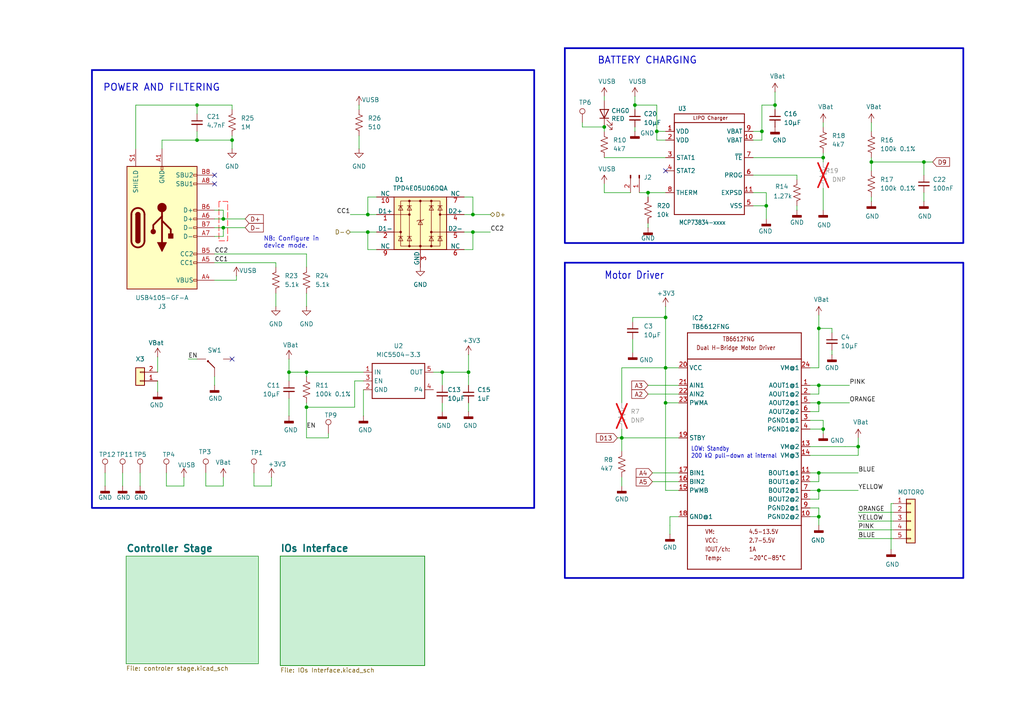
<source format=kicad_sch>
(kicad_sch (version 20250114) (generator "eeschema") (generator_version "9.0")
  (paper "A4")
  (title_block (title "FED3 Control Board") (rev "7.4") (company "Kravitz Lab") (comment 1 "Open Ephys, Inc."))
  (rectangle (start 163.83 13.97) (end 279.4 70.485) (stroke (width 0.5)))
  (rectangle (start 163.83 76.2) (end 279.4 167.64) (stroke (width 0.5)))
  (rectangle (start 26.67 20.32) (end 154.94 147.32) (stroke (width 0.5)))
  (text "Motor Driver" (at 175.26 81.28 0) (effects (font (size 2.1844 1.8567) (thickness 0.2321)) (justify left bottom)))
  (text "POWER AND FILTERING" (at 29.845 26.67 0) (effects (font (size 2 2) (thickness 0.25)) (justify left bottom)))
  (text "BATTERY CHARGING" (at 173.228 18.796 0) (effects (font (size 2 2) (thickness 0.25)) (justify left bottom)))
  (text "NB: Configure in\ndevice mode." (at 76.454 72.136 0) (effects (font (size 1.27 1.27)) (justify left bottom)))
  (text "> Ratios to consider when choosing a battery charger\n\n  IPREG/IREG - Precondition current ration\n  VPTH/VREG - Precondition voltage threshold ration\n                          71.5% is 3.00V for a 4.2V bat\n                          66.5% is 2.79V for a 4.2V bat\n\n  ITERM/IREG - Charge termination current ration\n                          7.5%  of 750 mA is  56.25 mA\n                          20.0% of 750 mA is 150.00 mA\n\n  VRTH/VREG - Recharge voltage threshold ration\n                          96.5% is 4.05V for a 4.2V bat\n                          94.0% is 3.98V for a 4.2V bat\n\n> Note:\n\n  Ideally, the charging should stop when charging current drops bellow 0.1C.\n  Leaving the battery connected to the charger bellow 0.1C can lead to overcharging and potentially damage the battery.\n\n> Current devices with battery chargers\n\n  Harp - Timestamp Gen3 (MCP73831T-2ATI/OT)\n  Open Ephys - Ephys test board (MCP73831T-2ATI/OT)\n     IPREG/IREG - 10%\n     VPTH/VREG - 71.5%\n     ITERM/IREG - 20%\n     VRTH/VREG - 94%\n\n  Open Ephys - FED3 v7.2\n     IPREG/IREG - 10%\n     VPTH/VREG - 66.5%\n     ITERM/IREG - 7.5%\n     VRTH/VREG - 96.5%\n\n> Battery specs\n\n   1C = 4400 mA\n   0.1C = 440 mA\n\n> Options to consider\n\n     MPN                !TE    Timer   ITERM/IREG\n     MCP73834T-CNI/MF   Vbat   4h      20% ~160mA @ IREG = 800mA\n     MCP73834T-FCI/MF   GND    6h      7.5% ~60mA @ IREG = 800mA" (at 300.736 176.276 0) (effects (font (size 2.1844 1.8567) (thickness 0.2321)) (justify left bottom)))
  (text "LOW: Standby\n200 kΩ pull-down at internal" (at 200.406 133.096 0) (effects (font (size 1.27 1.0795)) (justify left bottom)))
  (junction (at 222.25 59.69))
  (junction (at 237.49 142.24))
  (junction (at 83.82 107.95))
  (junction (at 88.9 118.11))
  (junction (at 184.15 30.48))
  (junction (at 67.31 40.64))
  (junction (at 252.73 46.99))
  (junction (at 180.34 127))
  (junction (at 238.76 124.46))
  (junction (at 193.04 116.84))
  (junction (at 137.16 62.23))
  (junction (at 237.49 111.76))
  (junction (at 237.49 116.84))
  (junction (at 135.89 107.95))
  (junction (at 57.15 30.48))
  (junction (at 175.26 36.83))
  (junction (at 220.98 38.1))
  (junction (at 64.77 66.04))
  (junction (at 106.68 67.31))
  (junction (at 128.27 107.95))
  (junction (at 88.9 107.95))
  (junction (at 190.5 38.1))
  (junction (at 267.97 46.99))
  (junction (at 238.76 45.72))
  (junction (at 248.92 129.54))
  (junction (at 193.04 92.075))
  (junction (at 193.04 106.68))
  (junction (at 64.77 63.5))
  (junction (at 237.49 137.16))
  (junction (at 106.68 62.23))
  (junction (at 224.79 30.48))
  (junction (at 137.16 67.31))
  (junction (at 237.49 149.86))
  (junction (at 237.49 95.25))
  (junction (at 187.96 55.88))
  (junction (at 57.15 40.64))
  (no_connect (at 193.04 49.53))
  (no_connect (at 67.31 104.14))
  (no_connect (at 62.23 50.8))
  (no_connect (at 62.23 53.34))
  (wire (pts (xy 101.6 62.23) (xy 106.68 62.23)))
  (wire (pts (xy 234.95 129.54) (xy 245.11 129.54)) (stroke (width 0.1524)))
  (wire (pts (xy 267.97 46.99) (xy 252.73 46.99)))
  (wire (pts (xy 238.76 121.92) (xy 238.76 124.46)) (stroke (width 0.1524)))
  (wire (pts (xy 234.95 119.38) (xy 237.49 119.38)) (stroke (width 0.1524)))
  (wire (pts (xy 222.25 55.88) (xy 222.25 59.69)))
  (wire (pts (xy 35.56 137.16) (xy 35.56 140.97)))
  (wire (pts (xy 62.23 73.66) (xy 88.9 73.66)))
  (wire (pts (xy 45.72 113.665) (xy 45.72 110.49)) (stroke (width 0.1524)))
  (wire (pts (xy 184.15 30.48) (xy 190.5 30.48)))
  (wire (pts (xy 88.9 107.95) (xy 105.41 107.95)) (stroke (width 0.1524)))
  (wire (pts (xy 234.95 132.08) (xy 248.92 132.08)) (stroke (width 0.1524)))
  (wire (pts (xy 218.44 40.64) (xy 220.98 40.64)))
  (wire (pts (xy 218.44 55.88) (xy 222.25 55.88)))
  (wire (pts (xy 224.79 31.75) (xy 224.79 30.48)))
  (wire (pts (xy 59.69 137.16) (xy 59.69 140.97)))
  (wire (pts (xy 59.69 140.97) (xy 64.77 140.97)))
  (wire (pts (xy 194.31 152.4) (xy 194.31 154.94)))
  (wire (pts (xy 80.01 85.09) (xy 80.01 88.9)))
  (wire (pts (xy 193.04 92.075) (xy 193.04 88.9)) (stroke (width 0.1524)))
  (wire (pts (xy 88.9 124.46) (xy 88.9 127)))
  (wire (pts (xy 78.74 140.97) (xy 78.74 138.43)))
  (wire (pts (xy 57.15 104.14) (xy 54.61 104.14)) (stroke (width 0.1524)))
  (wire (pts (xy 62.23 109.22) (xy 62.23 111.76)) (stroke (width 0.1524)))
  (wire (pts (xy 95.25 127) (xy 88.9 127)))
  (wire (pts (xy 101.6 67.31) (xy 106.68 67.31)))
  (wire (pts (xy 62.23 66.04) (xy 64.77 66.04)))
  (wire (pts (xy 234.95 114.3) (xy 237.49 114.3)) (stroke (width 0.1524)))
  (wire (pts (xy 134.62 72.39) (xy 137.16 72.39)))
  (wire (pts (xy 238.76 44.45) (xy 238.76 45.72)))
  (wire (pts (xy 220.98 40.64) (xy 220.98 38.1)))
  (wire (pts (xy 88.9 85.09) (xy 88.9 88.9)))
  (wire (pts (xy 241.3 96.52) (xy 241.3 95.25)) (stroke (width 0.1524)))
  (wire (pts (xy 259.08 153.67) (xy 248.92 153.67)) (stroke (width 0.1524)))
  (wire (pts (xy 128.27 107.95) (xy 135.89 107.95)) (stroke (width 0.1524)))
  (wire (pts (xy 218.44 50.8) (xy 231.14 50.8)))
  (wire (pts (xy 88.9 109.22) (xy 88.9 107.95)))
  (wire (pts (xy 237.49 111.76) (xy 246.38 111.76)) (stroke (width 0.1524)))
  (wire (pts (xy 57.15 38.1) (xy 57.15 40.64)))
  (wire (pts (xy 237.49 137.16) (xy 248.92 137.16)) (stroke (width 0.1524)))
  (wire (pts (xy 237.49 144.78) (xy 237.49 142.24)) (stroke (width 0.1524)))
  (wire (pts (xy 128.27 116.84) (xy 128.27 119.38)) (stroke (width 0.1524)))
  (wire (pts (xy 224.79 26.67) (xy 224.79 30.48)))
  (wire (pts (xy 57.15 30.48) (xy 57.15 33.02)))
  (wire (pts (xy 196.85 137.16) (xy 189.23 137.16)) (stroke (width 0.1524)))
  (wire (pts (xy 193.04 116.84) (xy 193.04 142.24)) (stroke (width 0.1524)))
  (wire (pts (xy 187.96 57.15) (xy 187.96 55.88)))
  (wire (pts (xy 64.77 60.96) (xy 64.77 63.5)))
  (wire (pts (xy 86.36 107.95) (xy 88.9 107.95)))
  (wire (pts (xy 180.34 138.43) (xy 180.34 140.97)) (stroke (width 0.1524)))
  (wire (pts (xy 248.92 127) (xy 248.92 129.54)))
  (wire (pts (xy 40.64 137.16) (xy 40.64 140.97)))
  (wire (pts (xy 237.49 95.25) (xy 237.49 106.68)) (stroke (width 0.1524)))
  (wire (pts (xy 46.99 40.64) (xy 46.99 43.18)))
  (wire (pts (xy 104.14 30.48) (xy 104.14 31.75)))
  (wire (pts (xy 64.77 63.5) (xy 71.12 63.5)))
  (wire (pts (xy 128.27 109.22) (xy 128.27 107.95)) (stroke (width 0.1524)))
  (wire (pts (xy 142.24 62.23) (xy 137.16 62.23)))
  (wire (pts (xy 237.49 149.86) (xy 237.49 152.4)) (stroke (width 0.1524)))
  (wire (pts (xy 39.37 30.48) (xy 57.15 30.48)))
  (wire (pts (xy 252.73 57.15) (xy 252.73 58.42)))
  (wire (pts (xy 190.5 38.1) (xy 190.5 40.64)))
  (wire (pts (xy 135.89 107.95) (xy 135.89 109.22)) (stroke (width 0.1524)))
  (wire (pts (xy 248.92 129.54) (xy 248.92 132.08)))
  (wire (pts (xy 179.07 127) (xy 180.34 127)) (stroke (width 0.1524)))
  (wire (pts (xy 238.76 45.72) (xy 238.76 46.99)))
  (wire (pts (xy 196.85 116.84) (xy 193.04 116.84)) (stroke (width 0.1524)))
  (wire (pts (xy 237.49 95.25) (xy 241.3 95.25)) (stroke (width 0.1524)))
  (wire (pts (xy 175.26 53.34) (xy 175.26 55.88)))
  (wire (pts (xy 238.76 54.61) (xy 238.76 60.96)))
  (wire (pts (xy 62.23 76.2) (xy 80.01 76.2)))
  (wire (pts (xy 83.82 115.57) (xy 83.82 120.65)) (stroke (width 0.1524)))
  (wire (pts (xy 183.515 93.345) (xy 183.515 92.075)) (stroke (width 0.1524)))
  (wire (pts (xy 234.95 111.76) (xy 237.49 111.76)) (stroke (width 0.1524)))
  (wire (pts (xy 135.89 109.22) (xy 135.89 111.76)))
  (wire (pts (xy 95.25 125.73) (xy 95.25 127)))
  (wire (pts (xy 106.68 57.15) (xy 106.68 62.23)))
  (wire (pts (xy 183.515 92.075) (xy 193.04 92.075)) (stroke (width 0.1524)))
  (wire (pts (xy 73.66 137.16) (xy 73.66 140.97)))
  (wire (pts (xy 259.08 156.21) (xy 248.92 156.21)) (stroke (width 0.1524)))
  (wire (pts (xy 83.82 107.95) (xy 86.36 107.95)) (stroke (width 0.1524)))
  (wire (pts (xy 234.95 124.46) (xy 238.76 124.46)) (stroke (width 0.1524)))
  (wire (pts (xy 104.14 39.37) (xy 104.14 43.18)))
  (wire (pts (xy 238.76 124.46) (xy 238.76 125.73)) (stroke (width 0.1524)))
  (wire (pts (xy 135.89 116.84) (xy 135.89 119.38)) (stroke (width 0.1524)))
  (wire (pts (xy 180.34 124.46) (xy 180.34 127)) (stroke (width 0.1524)))
  (wire (pts (xy 184.15 36.83) (xy 184.15 38.1)))
  (wire (pts (xy 270.51 46.99) (xy 267.97 46.99)))
  (wire (pts (xy 259.08 151.13) (xy 248.92 151.13)) (stroke (width 0.1524)))
  (wire (pts (xy 234.95 142.24) (xy 237.49 142.24)) (stroke (width 0.1524)))
  (wire (pts (xy 190.5 30.48) (xy 190.5 38.1)))
  (wire (pts (xy 175.26 45.72) (xy 193.04 45.72)))
  (wire (pts (xy 237.49 116.84) (xy 237.49 119.38)) (stroke (width 0.1524)))
  (wire (pts (xy 62.23 81.28) (xy 68.58 81.28)))
  (wire (pts (xy 259.08 146.05) (xy 258.445 146.05)) (stroke (width 0.1524)))
  (wire (pts (xy 128.27 109.22) (xy 128.27 111.76)))
  (wire (pts (xy 187.96 114.3) (xy 196.85 114.3)) (stroke (width 0.1524)))
  (wire (pts (xy 196.85 139.7) (xy 189.23 139.7)) (stroke (width 0.1524)))
  (wire (pts (xy 73.66 140.97) (xy 78.74 140.97)))
  (wire (pts (xy 237.49 91.44) (xy 237.49 95.25)) (stroke (width 0.1524)))
  (wire (pts (xy 62.23 60.96) (xy 64.77 60.96)))
  (wire (pts (xy 175.26 27.94) (xy 175.26 29.21)))
  (wire (pts (xy 64.77 140.97) (xy 64.77 138.43)))
  (wire (pts (xy 180.34 106.68) (xy 193.04 106.68)) (stroke (width 0.1524)))
  (wire (pts (xy 234.95 144.78) (xy 237.49 144.78)) (stroke (width 0.1524)))
  (wire (pts (xy 234.95 147.32) (xy 237.49 147.32)) (stroke (width 0.1524)))
  (wire (pts (xy 88.9 116.84) (xy 88.9 118.11)) (stroke (width 0.1524)))
  (wire (pts (xy 220.98 30.48) (xy 224.79 30.48)))
  (wire (pts (xy 234.95 149.86) (xy 237.49 149.86)) (stroke (width 0.1524)))
  (wire (pts (xy 241.3 101.6) (xy 241.3 102.87)))
  (wire (pts (xy 248.92 129.54) (xy 245.11 129.54)))
  (wire (pts (xy 231.14 50.8) (xy 231.14 52.07)))
  (wire (pts (xy 237.49 147.32) (xy 237.49 149.86)) (stroke (width 0.1524)))
  (wire (pts (xy 135.89 107.95) (xy 135.89 102.87)) (stroke (width 0.1524)))
  (wire (pts (xy 106.68 72.39) (xy 106.68 67.31)))
  (wire (pts (xy 190.5 40.64) (xy 193.04 40.64)))
  (wire (pts (xy 184.15 27.94) (xy 184.15 30.48)))
  (wire (pts (xy 237.49 116.84) (xy 246.38 116.84)) (stroke (width 0.1524)))
  (wire (pts (xy 45.72 103.505) (xy 45.72 107.95)) (stroke (width 0.1524)))
  (wire (pts (xy 67.31 30.48) (xy 57.15 30.48)))
  (wire (pts (xy 109.22 72.39) (xy 106.68 72.39)))
  (wire (pts (xy 180.34 127) (xy 180.34 130.81)) (stroke (width 0.1524)))
  (wire (pts (xy 168.91 36.83) (xy 175.26 36.83)))
  (wire (pts (xy 234.95 137.16) (xy 237.49 137.16)) (stroke (width 0.1524)))
  (wire (pts (xy 102.87 118.11) (xy 102.87 110.49)) (stroke (width 0.1524)))
  (wire (pts (xy 109.22 57.15) (xy 106.68 57.15)))
  (wire (pts (xy 196.85 106.68) (xy 193.04 106.68)) (stroke (width 0.1524)))
  (wire (pts (xy 105.41 113.03) (xy 105.41 120.65)) (stroke (width 0.1524)))
  (wire (pts (xy 237.49 106.68) (xy 234.95 106.68)))
  (wire (pts (xy 175.26 36.83) (xy 175.26 38.1)))
  (wire (pts (xy 180.34 127) (xy 196.85 127)) (stroke (width 0.1524)))
  (wire (pts (xy 67.31 39.37) (xy 67.31 40.64)))
  (wire (pts (xy 234.95 139.7) (xy 237.49 139.7)) (stroke (width 0.1524)))
  (wire (pts (xy 238.76 121.92) (xy 234.95 121.92)) (stroke (width 0.1524)))
  (wire (pts (xy 64.77 66.04) (xy 71.12 66.04)))
  (wire (pts (xy 184.15 31.75) (xy 184.15 30.48)))
  (wire (pts (xy 134.62 57.15) (xy 137.16 57.15)))
  (wire (pts (xy 62.23 63.5) (xy 64.77 63.5)))
  (wire (pts (xy 30.48 137.16) (xy 30.48 140.97)))
  (wire (pts (xy 234.95 116.84) (xy 237.49 116.84)) (stroke (width 0.1524)))
  (wire (pts (xy 134.62 67.31) (xy 137.16 67.31)))
  (wire (pts (xy 193.04 106.68) (xy 193.04 116.84)) (stroke (width 0.1524)))
  (wire (pts (xy 88.9 118.11) (xy 102.87 118.11)) (stroke (width 0.1524)))
  (wire (pts (xy 53.34 140.97) (xy 53.34 138.43)))
  (wire (pts (xy 187.96 55.88) (xy 193.04 55.88)))
  (wire (pts (xy 237.49 111.76) (xy 237.49 114.3)) (stroke (width 0.1524)))
  (wire (pts (xy 187.96 64.77) (xy 187.96 66.04)))
  (wire (pts (xy 62.23 68.58) (xy 64.77 68.58)))
  (wire (pts (xy 193.04 106.68) (xy 193.04 92.075)) (stroke (width 0.1524)))
  (wire (pts (xy 183.515 98.425) (xy 183.515 102.235)) (stroke (width 0.1524)))
  (wire (pts (xy 48.26 137.16) (xy 48.26 140.97)))
  (wire (pts (xy 267.97 46.99) (xy 267.97 50.8)))
  (wire (pts (xy 83.82 107.95) (xy 83.82 110.49)) (stroke (width 0.1524)))
  (wire (pts (xy 259.08 148.59) (xy 248.92 148.59)) (stroke (width 0.1524)))
  (wire (pts (xy 218.44 38.1) (xy 220.98 38.1)))
  (wire (pts (xy 187.96 111.76) (xy 196.85 111.76)) (stroke (width 0.1524)))
  (wire (pts (xy 222.25 59.69) (xy 222.25 63.5)))
  (wire (pts (xy 267.97 55.88) (xy 267.97 58.42)))
  (wire (pts (xy 137.16 62.23) (xy 134.62 62.23)))
  (wire (pts (xy 39.37 30.48) (xy 39.37 43.18)))
  (wire (pts (xy 106.68 67.31) (xy 109.22 67.31)))
  (wire (pts (xy 168.91 35.56) (xy 168.91 36.83)))
  (wire (pts (xy 57.15 40.64) (xy 46.99 40.64)))
  (wire (pts (xy 237.49 139.7) (xy 237.49 137.16)) (stroke (width 0.1524)))
  (wire (pts (xy 252.73 46.99) (xy 252.73 45.72)))
  (wire (pts (xy 252.73 35.56) (xy 252.73 38.1)))
  (wire (pts (xy 88.9 73.66) (xy 88.9 77.47)))
  (wire (pts (xy 102.87 110.49) (xy 105.41 110.49)) (stroke (width 0.1524)))
  (wire (pts (xy 220.98 30.48) (xy 220.98 38.1)))
  (wire (pts (xy 83.82 104.14) (xy 83.82 107.95)) (stroke (width 0.1524)))
  (wire (pts (xy 137.16 57.15) (xy 137.16 62.23)))
  (wire (pts (xy 185.42 55.88) (xy 187.96 55.88)))
  (wire (pts (xy 67.31 31.75) (xy 67.31 30.48)))
  (wire (pts (xy 137.16 67.31) (xy 142.24 67.31)))
  (wire (pts (xy 196.85 142.24) (xy 193.04 142.24)) (stroke (width 0.1524)))
  (wire (pts (xy 196.85 149.86) (xy 194.31 149.86)) (stroke (width 0.1524)))
  (wire (pts (xy 67.31 40.64) (xy 67.31 43.18)))
  (wire (pts (xy 125.73 107.95) (xy 128.27 107.95)) (stroke (width 0.1524)))
  (wire (pts (xy 80.01 76.2) (xy 80.01 77.47)))
  (wire (pts (xy 194.31 149.86) (xy 194.31 152.4)) (stroke (width 0.1524)))
  (wire (pts (xy 180.34 106.68) (xy 180.34 116.84)) (stroke (width 0.1524)))
  (wire (pts (xy 238.76 35.56) (xy 238.76 36.83)))
  (wire (pts (xy 218.44 45.72) (xy 238.76 45.72)))
  (wire (pts (xy 68.58 80.01) (xy 68.58 81.28)))
  (wire (pts (xy 64.77 66.04) (xy 64.77 68.58)))
  (wire (pts (xy 231.14 60.96) (xy 231.14 59.69)) (stroke (width 0.1524)))
  (wire (pts (xy 237.49 142.24) (xy 248.92 142.24)) (stroke (width 0.1524)))
  (wire (pts (xy 193.04 38.1) (xy 190.5 38.1)))
  (wire (pts (xy 218.44 59.69) (xy 222.25 59.69)))
  (wire (pts (xy 252.73 46.99) (xy 252.73 49.53)))
  (wire (pts (xy 88.9 118.11) (xy 88.9 124.46)) (stroke (width 0.1524)))
  (wire (pts (xy 57.15 40.64) (xy 67.31 40.64)))
  (wire (pts (xy 137.16 72.39) (xy 137.16 67.31)))
  (wire (pts (xy 258.445 146.05) (xy 258.445 159.385)))
  (wire (pts (xy 106.68 62.23) (xy 109.22 62.23)))
  (wire (pts (xy 182.88 55.88) (xy 175.26 55.88)))
  (wire (pts (xy 48.26 140.97) (xy 53.34 140.97)))
  (label "CC2" (at 62.23 73.66 0))
  (label "ORANGE" (at 246.38 116.84 0))
  (label "BLUE" (at 248.92 137.16 0))
  (label "EN" (at 54.61 104.14 0) (effects (font (thickness 0.1588))))
  (label "ORANGE" (at 248.92 148.59 0))
  (label "EN" (at 88.9 124.46 0) (effects (font (thickness 0.1588))))
  (label "CC1" (at 62.23 76.2 0))
  (label "YELLOW" (at 248.92 142.24 0))
  (label "CC2" (at 142.24 67.31 0))
  (label "YELLOW" (at 248.92 151.13 0))
  (label "BLUE" (at 248.92 156.21 0))
  (label "PINK" (at 246.38 111.76 0))
  (label "CC1" (at 101.6 62.23 180))
  (label "PINK" (at 248.92 153.67 0))
  (global_label "A4" (shape input) (at 189.23 137.16 180) (property "Intersheetrefs" "${INTERSHEET_REFS}" (effects (hide yes))))
  (global_label "A3" (shape input) (at 187.96 111.76 180) (property "Intersheetrefs" "${INTERSHEET_REFS}" (effects (hide yes))))
  (global_label "D+" (shape input) (at 71.12 63.5 0) (property "Intersheetrefs" "${INTERSHEET_REFS}" (effects (hide yes))))
  (global_label "A2" (shape input) (at 187.96 114.3 180) (property "Intersheetrefs" "${INTERSHEET_REFS}" (effects (hide yes))))
  (global_label "D13" (shape input) (at 179.07 127 180) (property "Intersheetrefs" "${INTERSHEET_REFS}" (effects (hide yes))))
  (global_label "D-" (shape input) (at 71.12 66.04 0) (property "Intersheetrefs" "${INTERSHEET_REFS}" (effects (hide yes))))
  (global_label "D9" (shape input) (at 270.51 46.99 0) (property "Intersheetrefs" "${INTERSHEET_REFS}" (effects (hide yes))))
  (global_label "A5" (shape input) (at 189.23 139.7 180) (property "Intersheetrefs" "${INTERSHEET_REFS}" (effects (hide yes))))
  (hierarchical_label "D+" (shape bidirectional) (at 142.24 62.23 0))
  (hierarchical_label "D-" (shape bidirectional) (at 101.6 67.31 180))
  (rule_area (polyline (pts (xy 63.5 58.42) (xy 63.5 69.85) (xy 66.04 69.85) (xy 66.04 58.42)) (stroke (width 0) (type dash))))
  (symbol (lib_id "power:+3V3") (at 193.04 88.9 0) (mirror y) (unit 1)
    (property "Reference" "#+3V06" (effects (hide yes)))
    (property "Value" "+3V3" (at 190.5 85.09 0) (effects (justify right)))
  )
  (symbol (lib_id "Connector:TestPoint") (at 30.48 137.16 0) (unit 1) (in_bom no)
    (property "Reference" "TP12" (at 28.702 131.826 0) (effects (justify left)))
    (property "Value" "GND" (effects (hide yes)))
    (property "Footprint" "TestPoint:TestPoint_Pad_D2.0mm" (effects (hide yes)))
    (property "Description" "test point" (effects (hide yes)))
  )
  (symbol (lib_id "Device:R_US") (at 88.9 113.03 0) (unit 1)
    (property "Reference" "R11" (at 91.44 111.7599 0) (effects (justify left)))
    (property "Value" "100k 0.1%" (at 91.44 114.2999 0) (effects (font (thickness 0.1588)) (justify left)))
    (property "Footprint" "Resistor_SMD:R_0402_1005Metric" (effects (hide yes)))
    (property "Description" "SMD 0402 100kΩ ±0.1% 0.063W" (effects (hide yes)))
    (property "OEPSPN" "OEPS020175" (effects (hide yes)))
    (property "MPN" "RG1005P-104-B-T5" (effects (hide yes)))
  )
  (symbol (lib_id "FED3 SymbLib:V_Batt") (at 224.79 26.67 0) (unit 1)
    (property "Reference" "#PWR059" (effects (hide yes)))
    (property "Value" "VBat" (at 223.266 22.098 0) (effects (justify left)))
    (property "Description" "Power symbol creates a global label with name \"V_Batt\"" (effects (hide yes)))
  )
  (symbol (lib_id "Connector:TestPoint") (at 95.25 125.73 0) (unit 1) (in_bom no)
    (property "Reference" "TP9" (at 97.79 121.1579 0) (effects (justify right bottom)))
    (property "Value" "VUSB" (effects (hide yes)))
    (property "Footprint" "TestPoint:TestPoint_Pad_D2.0mm" (effects (hide yes)))
  )
  (symbol (lib_id "power:GNDD") (at 231.14 60.96 0) (unit 1)
    (property "Reference" "#PWR062" (effects (hide yes)))
    (property "Value" "GND" (at 229.108 64.516 0) (effects (justify left)))
    (property "Description" "Power symbol creates a global label with name \"GNDD\" , digital ground" (effects (hide yes)))
  )
  (symbol (lib_id "power:+3V3") (at 135.89 102.87 0) (mirror y) (unit 1)
    (property "Reference" "#+3V02" (effects (hide yes)))
    (property "Value" "+3V3" (at 134.112 98.806 0) (effects (justify right)))
  )
  (symbol (lib_id "FED3 SymbLib:V_Batt") (at 45.72 103.505 0) (mirror y) (unit 1)
    (property "Reference" "#PWR05" (effects (hide yes)))
    (property "Value" "VBat" (at 47.498 99.441 0) (effects (justify left)))
    (property "Description" "Power symbol creates a global label with name \"V_Batt\"" (effects (hide yes)))
  )
  (symbol (lib_id "Connector_Generic:Conn_01x02") (at 40.64 110.49 180) (unit 1)
    (property "Reference" "X3" (at 40.64 104.14 0))
    (property "Value" "B2B-PH-K-S" (effects (hide yes)))
    (property "Footprint" "FED3_PCBLib:JST-XH-02-PACKAGE-ROUND-PAD" (effects (hide yes)))
    (property "Description" "Generic connector, single row, 01x02" (effects (hide yes)))
    (property "OEPSPN" "OEPS070130" (effects (hide yes)))
    (property "MPN" "B2B-PH-K-S(LF)(SN)" (effects (hide yes)))
  )
  (symbol (lib_id "power:GNDD") (at 40.64 140.97 0) (unit 1)
    (property "Reference" "#PWR067" (effects (hide yes)))
    (property "Value" "GND" (at 38.862 144.272 0) (effects (justify left)))
    (property "Description" "Power symbol creates a global label with name \"GNDD\" , digital ground" (effects (hide yes)))
  )
  (symbol (lib_id "power:GNDD") (at 258.445 159.385 0) (mirror y) (unit 1)
    (property "Reference" "#PWR051" (effects (hide yes)))
    (property "Value" "GND" (at 256.794 163.703 0) (effects (justify right)))
    (property "Description" "Power symbol creates a global label with name \"GNDD\" , digital ground" (effects (hide yes)))
  )
  (symbol (lib_id "power:GNDD") (at 241.3 102.87 0) (mirror y) (unit 1)
    (property "Reference" "#PWR014" (effects (hide yes)))
    (property "Value" "GND" (at 239.268 106.68 0) (effects (justify right)))
    (property "Description" "Power symbol creates a global label with name \"GNDD\" , digital ground" (effects (hide yes)))
  )
  (symbol (lib_id "power:GND") (at 104.14 43.18 0) (mirror y) (unit 1)
    (property "Reference" "#PWR0734" (effects (hide yes)))
    (property "Value" "GND" (at 104.14 48.26 0))
    (property "Description" "Power symbol creates a global label with name \"GND\" , ground" (effects (hide yes)))
  )
  (symbol (lib_id "Device:C_Small") (at 128.27 114.3 0) (unit 1)
    (property "Reference" "C13" (at 129.794 113.03 0) (effects (justify left)))
    (property "Value" "10µF" (at 129.794 115.57 0) (effects (justify left)))
    (property "Footprint" "Capacitor_SMD:C_0402_1005Metric" (effects (hide yes)))
    (property "Description" "Unpolarized capacitor, small symbol" (effects (hide yes)))
    (property "OEPSPN" "OEPS010038" (effects (hide yes)))
    (property "MPN" "CL05A106MP5NUNC" (effects (hide yes)))
  )
  (symbol (lib_id "FED3 SymbLib:VREG_SOT23-5") (at 115.57 110.49 0) (unit 1)
    (property "Reference" "U2" (at 115.57 100.33 0))
    (property "Value" "MIC5504-3.3" (at 115.57 102.87 0))
    (property "Footprint" "Package_TO_SOT_SMD:SOT-23-5" (effects (hide yes)))
    (property "Description" "LDO 3.3V 300mA" (effects (hide yes)))
    (property "OEPSPN" "OEPS080052" (effects (hide yes)))
    (property "MPN" "MIC5504-3.3YM5-TR" (effects (hide yes)))
  )
  (symbol (lib_id "power:GNDD") (at 180.34 140.97 0) (unit 1)
    (property "Reference" "#PWR019" (effects (hide yes)))
    (property "Value" "GND" (at 178.308 144.78 0) (effects (justify left)))
    (property "Description" "Power symbol creates a global label with name \"GNDD\" , digital ground" (effects (hide yes)))
  )
  (symbol (lib_id "Device:C_Small") (at 135.89 114.3 0) (unit 1)
    (property "Reference" "C15" (at 138.43 113.0362 0) (effects (justify left)))
    (property "Value" "1uF" (at 138.43 115.5762 0) (effects (justify left)))
    (property "Footprint" "Capacitor_SMD:C_0402_1005Metric" (effects (hide yes)))
    (property "Description" "SMD CER 0402 1uF 25V ±10% X5R" (effects (hide yes)))
    (property "OEPSPN" "OEPS010030" (effects (hide yes)))
    (property "MPN" "C1005X5R1E105K050BC" (effects (hide yes)))
  )
  (symbol (lib_id "Device:R_US") (at 231.14 55.88 0) (mirror y) (unit 1)
    (property "Reference" "R14" (at 224.79 54.102 0) (effects (justify right)))
    (property "Value" "1.27k" (at 224.282 56.896 0) (effects (justify right)))
    (property "Footprint" "Resistor_SMD:R_0402_1005Metric" (effects (hide yes)))
    (property "Description" "SMD 0402 1.27kΩ ±1% 0.063W" (effects (hide yes)))
    (property "OEPSPN" "OEPS020190" (effects (hide yes)))
    (property "MPN" "CRCW04021K27FKED" (effects (hide yes)))
  )
  (symbol (lib_id "power:GNDD") (at 105.41 120.65 0) (unit 1)
    (property "Reference" "#PWR0103" (effects (hide yes)))
    (property "Value" "GND" (at 103.886 124.714 0) (effects (justify left)))
    (property "Description" "Power symbol creates a global label with name \"GNDD\" , digital ground" (effects (hide yes)))
  )
  (symbol (lib_id "FED3 SymbLib:VUSB") (at 184.15 27.94 0) (unit 1)
    (property "Reference" "#PWR02" (effects (hide yes)))
    (property "Value" "VUSB" (at 182.372 23.622 0) (effects (justify left)))
    (property "Description" "Power symbol creates a global label with name \"VUSB\"" (effects (hide yes)))
  )
  (symbol (lib_id "Device:C_Small") (at 267.97 53.34 0) (unit 1)
    (property "Reference" "C22" (at 270.51 52.0762 0) (effects (justify left)))
    (property "Value" "100nF" (at 270.51 54.6162 0) (effects (justify left)))
    (property "Footprint" "Capacitor_SMD:C_0402_1005Metric" (effects (hide yes)))
    (property "Description" "SMD CER 0402 100nF 25V ±10% X7R" (effects (hide yes)))
    (property "OEPSPN" "OEPS010050" (effects (hide yes)))
    (property "MPN" "C1005X7R1E104K050BB" (effects (hide yes)))
  )
  (symbol (lib_id "power:GND") (at 67.31 43.18 0) (mirror y) (unit 1)
    (property "Reference" "#PWR0732" (effects (hide yes)))
    (property "Value" "GND" (at 67.31 48.26 0))
    (property "Description" "Power symbol creates a global label with name \"GND\" , ground" (effects (hide yes)))
  )
  (symbol (lib_id "power:GNDD") (at 187.96 66.04 0) (mirror y) (unit 1)
    (property "Reference" "#PWR066" (effects (hide yes)))
    (property "Value" "GND" (at 189.992 69.088 0) (effects (justify left)))
    (property "Description" "Power symbol creates a global label with name \"GNDD\" , digital ground" (effects (hide yes)))
  )
  (symbol (lib_id "Connector:TestPoint") (at 168.91 35.56 0) (unit 1) (in_bom no)
    (property "Reference" "TP6" (at 167.894 29.718 0) (effects (justify left)))
    (property "Value" "3V3" (effects (hide yes)))
    (property "Footprint" "TestPoint:TestPoint_Pad_D2.0mm" (effects (hide yes)))
  )
  (symbol (lib_id "Connector:USB_C_Receptacle_USB2.0_16P") (at 46.99 66.04 0) (mirror x) (unit 1)
    (property "Reference" "J3" (at 46.99 88.9 0))
    (property "Value" "USB4105-GF-A" (at 46.99 86.36 0))
    (property "Footprint" "Connector_USB:USB_C_Receptacle_GCT_USB4105-xx-A_16P_TopMnt_Horizontal" (effects (hide yes)))
    (property "Datasheet" "https://www.usb.org/sites/default/files/documents/usb_type-c.zip" (effects (hide yes)))
    (property "Description" "USB 2.0-only 16P Type-C Receptacle connector" (effects (hide yes)))
    (property "MPN" "USB4105-GF-A" (effects (hide yes)))
    (property "OEPSPN" "OEPS070105" (effects (hide yes)))
  )
  (symbol (lib_id "Connector:TestPoint") (at 40.64 137.16 0) (unit 1) (in_bom no)
    (property "Reference" "TP5" (at 38.862 131.826 0) (effects (justify left)))
    (property "Value" "GND" (effects (hide yes)))
    (property "Footprint" "TestPoint:TestPoint_Pad_D2.0mm" (effects (hide yes)))
    (property "Description" "test point" (effects (hide yes)))
  )
  (symbol (lib_id "FED3 SymbLib:V_Batt") (at 64.77 138.43 0) (unit 1)
    (property "Reference" "#PWR065" (effects (hide yes)))
    (property "Value" "VBat" (at 62.484 134.112 0) (effects (justify left)))
    (property "Description" "Power symbol creates a global label with name \"V_Batt\"" (effects (hide yes)))
  )
  (symbol (lib_id "Device:R_US") (at 180.34 134.62 0) (mirror x) (unit 1)
    (property "Reference" "R8" (at 177.8 133.3499 0) (effects (justify right)))
    (property "Value" "4k7" (at 177.8 135.8899 0) (effects (font (thickness 0.1588)) (justify right)))
    (property "Footprint" "Resistor_SMD:R_0402_1005Metric" (effects (hide yes)))
    (property "Description" "SMD 0402 4.7k 1% 0.100W" (effects (hide yes)))
    (property "OEPSPN" "OEPS020010" (effects (hide yes)))
    (property "MPN" "ERJ-2RKF4701X" (effects (hide yes)))
  )
  (symbol (lib_id "FED3_v7.3 SymLib:VUSB") (at 53.34 138.43 0) (unit 1)
    (property "Reference" "#PWR09" (effects (hide yes)))
    (property "Value" "VUSB" (at 51.562 134.874 0) (effects (justify left)))
    (property "Description" "Power symbol creates a global label with name \"VUSB\"" (effects (hide yes)))
  )
  (symbol (lib_id "power:GNDD") (at 194.31 154.94 0) (unit 1)
    (property "Reference" "#PWR013" (effects (hide yes)))
    (property "Value" "GND" (at 192.278 158.75 0) (effects (justify left)))
    (property "Description" "Power symbol creates a global label with name \"GNDD\" , digital ground" (effects (hide yes)))
  )
  (symbol (lib_id "power:GNDD") (at 183.515 102.235 0) (unit 1)
    (property "Reference" "#PWR010" (effects (hide yes)))
    (property "Value" "GND" (at 185.42 104.394 0) (effects (justify left)))
    (property "Description" "Power symbol creates a global label with name \"GNDD\" , digital ground" (effects (hide yes)))
  )
  (symbol (lib_id "Device:C_Small") (at 241.3 99.06 0) (mirror y) (unit 1)
    (property "Reference" "C4" (at 243.84 97.7962 0) (effects (justify right)))
    (property "Value" "10µF" (at 243.84 100.3362 0) (effects (justify right)))
    (property "Footprint" "Capacitor_SMD:C_0402_1005Metric" (effects (hide yes)))
    (property "Description" "Unpolarized capacitor, small symbol" (effects (hide yes)))
    (property "OEPSPN" "OEPS010038" (effects (hide yes)))
    (property "MPN" "CL05A106MP5NUNC" (effects (hide yes)))
  )
  (symbol (lib_id "Device:C_Small") (at 184.15 34.29 0) (unit 1)
    (property "Reference" "C20" (at 186.69 33.0262 0) (effects (justify left)))
    (property "Value" "10µF" (at 186.69 35.5662 0) (effects (justify left)))
    (property "Footprint" "Capacitor_SMD:C_0402_1005Metric" (effects (hide yes)))
    (property "Description" "Unpolarized capacitor, small symbol" (effects (hide yes)))
    (property "OEPSPN" "OEPS010038" (effects (hide yes)))
    (property "MPN" "CL05A106MP5NUNC" (effects (hide yes)))
  )
  (symbol (lib_id "power:GNDD") (at 62.23 111.76 0) (unit 1)
    (property "Reference" "#PWR021" (effects (hide yes)))
    (property "Value" "GND" (at 60.452 115.57 0) (effects (justify left)))
    (property "Description" "Power symbol creates a global label with name \"GNDD\" , digital ground" (effects (hide yes)))
  )
  (symbol (lib_id "Device:LED") (at 175.26 33.02 90) (unit 1)
    (property "Reference" "CHG0" (at 177.292 32.131 90) (effects (justify right)))
    (property "Value" "RED" (at 177.292 34.417 90) (effects (justify right)))
    (property "Footprint" "LED_SMD:LED_0603_1608Metric" (effects (hide yes)))
    (property "Description" "Light emitting diode" (effects (hide yes)))
    (property "OEPSPN" "OEPS030038" (effects (hide yes)))
    (property "MPN" "VFHR1116P-4C82A-TR" (effects (hide yes)))
  )
  (symbol (lib_id "power:GND") (at 121.92 77.47 0) (unit 1)
    (property "Reference" "#PWR0738" (effects (hide yes)))
    (property "Value" "GND" (at 121.92 82.55 0))
    (property "Description" "Power symbol creates a global label with name \"GND\" , ground" (effects (hide yes)))
  )
  (symbol (lib_id "FED3 SymbLib:VUSB") (at 104.14 30.48 0) (unit 1)
    (property "Reference" "#PWR075" (effects (hide yes)))
    (property "Value" "VUSB" (at 104.902 28.956 0) (effects (justify left)))
    (property "Description" "Power symbol creates a global label with name \"VUSB\"" (effects (hide yes)))
  )
  (symbol (lib_id "Device:R_US") (at 187.96 60.96 0) (mirror y) (unit 1)
    (property "Reference" "R20" (at 190.5 59.6899 0) (effects (justify right)))
    (property "Value" "10k" (at 190.5 62.2299 0) (effects (font (thickness 0.127)) (justify right)))
    (property "Footprint" "Resistor_SMD:R_0402_1005Metric" (effects (hide yes)))
    (property "Description" "SMD 0402 10kΩ ±1% 0.100W" (effects (hide yes)))
    (property "OEPSPN" "OEPS020013" (effects (hide yes)))
    (property "MPN" "ERJ-2RKF1002X" (effects (hide yes)))
  )
  (symbol (lib_id "power:GNDD") (at 30.48 140.97 0) (unit 1)
    (property "Reference" "#PWR076" (effects (hide yes)))
    (property "Value" "GND" (at 28.448 144.272 0) (effects (justify left)))
    (property "Description" "Power symbol creates a global label with name \"GNDD\" , digital ground" (effects (hide yes)))
  )
  (symbol (lib_id "power:GNDD") (at 222.25 63.5 0) (unit 1)
    (property "Reference" "#PWR023" (effects (hide yes)))
    (property "Value" "GND" (at 219.964 67.056 0) (effects (justify left)))
    (property "Description" "Power symbol creates a global label with name \"GNDD\" , digital ground" (effects (hide yes)))
  )
  (symbol (lib_id "power:GNDD") (at 45.72 113.665 0) (unit 1)
    (property "Reference" "#PWR015" (effects (hide yes)))
    (property "Value" "GND" (at 47.498 117.475 0) (effects (justify right)))
    (property "Description" "Power symbol creates a global label with name \"GNDD\" , digital ground" (effects (hide yes)))
  )
  (symbol (lib_id "FED3 SymbLib:VUSB") (at 175.26 53.34 0) (unit 1)
    (property "Reference" "#PWR070" (effects (hide yes)))
    (property "Value" "VUSB" (at 173.482 49.022 0) (effects (justify left)))
    (property "Description" "Power symbol creates a global label with name \"VUSB\"" (effects (hide yes)))
  )
  (symbol (lib_id "Device:R_US") (at 238.76 40.64 180) (unit 1)
    (property "Reference" "R18" (at 241.3 39.3699 0) (effects (justify right)))
    (property "Value" "4k7" (at 241.3 41.9099 0) (effects (font (thickness 0.1588)) (justify right)))
    (property "Footprint" "Resistor_SMD:R_0402_1005Metric" (effects (hide yes)))
    (property "Description" "SMD 0402 4.7k 1% 0.100W" (effects (hide yes)))
    (property "OEPSPN" "OEPS020010" (effects (hide yes)))
    (property "MPN" "ERJ-2RKF4701X" (effects (hide yes)))
  )
  (symbol (lib_id "power:GND") (at 80.01 88.9 0) (mirror y) (unit 1)
    (property "Reference" "#PWR0739" (effects (hide yes)))
    (property "Value" "GND" (at 80.01 93.98 0))
    (property "Description" "Power symbol creates a global label with name \"GND\" , ground" (effects (hide yes)))
  )
  (symbol (lib_id "power:GNDD") (at 184.15 38.1 0) (unit 1)
    (property "Reference" "#PWR08" (effects (hide yes)))
    (property "Value" "GND" (at 185.674 38.608 0) (effects (justify left)))
    (property "Description" "Power symbol creates a global label with name \"GNDD\" , digital ground" (effects (hide yes)))
  )
  (symbol (lib_id "Device:C_Small") (at 83.82 113.03 0) (unit 1)
    (property "Reference" "C11" (at 81.28 111.7662 0) (effects (justify right)))
    (property "Value" "10µF" (at 81.28 114.3062 0) (effects (justify right)))
    (property "Footprint" "Capacitor_SMD:C_0402_1005Metric" (effects (hide yes)))
    (property "Description" "Unpolarized capacitor, small symbol" (effects (hide yes)))
    (property "OEPSPN" "OEPS010038" (effects (hide yes)))
    (property "MPN" "CL05A106MP5NUNC" (effects (hide yes)))
  )
  (symbol (lib_id "Device:R_US") (at 67.31 35.56 0) (mirror y) (unit 1)
    (property "Reference" "R25" (at 69.85 34.2899 0) (effects (justify right)))
    (property "Value" "1M" (at 69.85 36.8299 0) (effects (justify right)))
    (property "Footprint" "Resistor_SMD:R_0402_1005Metric" (effects (hide yes)))
    (property "Description" "SMD 0402 1MΩ ±1% 0.063W" (effects (hide yes)))
    (property "MPN" "CRCW04021M00FKED" (effects (hide yes)))
    (property "OEPSPN" "OEPS020026" (effects (hide yes)))
  )
  (symbol (lib_id "Power_Protection:TPD4E05U06DQA") (at 121.92 64.77 0) (unit 1)
    (property "Reference" "D1" (at 115.824 52.07 0))
    (property "Value" "TPD4E05U06DQA" (at 121.92 54.61 0))
    (property "Footprint" "Package_SON:USON-10_2.5x1.0mm_P0.5mm" (effects (hide yes)))
    (property "Datasheet" "https://www.ti.com/lit/ds/symlink/tpd4e05u06.pdf" (effects (hide yes)))
    (property "Description" "4-Channel ESD Protection for Super-Speed USB 3.0 Interface, USON-10" (effects (hide yes)))
    (property "MPN" "TPD4E05U06DQAR" (effects (hide yes)))
    (property "OEPSPN" "OEPS030037" (effects (hide yes)))
  )
  (symbol (lib_id "FED3 SymbLib:SSSS811101") (at 62.23 104.14 0) (unit 1)
    (property "Reference" "SW1" (at 62.23 101.6 0))
    (property "Value" "Sw" (effects (hide yes)))
    (property "Footprint" "FED3_PCBLib:SSSS811101" (effects (hide yes)))
    (property "Description" "SWITCH SLIDE SPDT 0.3A 5V (OEPS K01 017)" (effects (hide yes)))
    (property "OEPSPN" "OEPS100064" (effects (hide yes)))
    (property "MPN" "SSSS811101" (effects (hide yes)))
  )
  (symbol (lib_id "Connector:TestPoint") (at 35.56 137.16 0) (unit 1) (in_bom no)
    (property "Reference" "TP11" (at 33.782 131.826 0) (effects (justify left)))
    (property "Value" "GND" (effects (hide yes)))
    (property "Footprint" "TestPoint:TestPoint_Pad_D2.0mm" (effects (hide yes)))
    (property "Description" "test point" (effects (hide yes)))
  )
  (symbol (lib_id "Connector:TestPoint") (at 48.26 137.16 0) (unit 1) (in_bom no)
    (property "Reference" "TP4" (at 50.8 132.5879 0) (effects (justify right bottom)))
    (property "Value" "VUSB" (effects (hide yes)))
    (property "Footprint" "TestPoint:TestPoint_Pad_D2.0mm" (effects (hide yes)))
  )
  (symbol (lib_id "Device:R_US") (at 88.9 81.28 0) (mirror y) (unit 1)
    (property "Reference" "R24" (at 91.44 80.0099 0) (effects (justify right)))
    (property "Value" "5.1k" (at 91.44 82.5499 0) (effects (justify right)))
    (property "Footprint" "Resistor_SMD:R_0402_1005Metric" (effects (hide yes)))
    (property "Description" "SMD 0402 5.1k 1% 0.100W" (effects (hide yes)))
    (property "MPN" "ERJ-2RKF5101X" (effects (hide yes)))
    (property "OEPSPN" "OEPS020173" (effects (hide yes)))
  )
  (symbol (lib_id "power:+3V3") (at 78.74 138.43 0) (mirror y) (unit 1)
    (property "Reference" "#+3V017" (effects (hide yes)))
    (property "Value" "+3V3" (at 77.724 134.62 0) (effects (justify right)))
  )
  (symbol (lib_id "Device:R_US") (at 238.76 50.8 0) (unit 1) (dnp yes)
    (property "Reference" "R19" (at 241.3 49.5299 0))
    (property "Value" "DNP" (at 241.3 52.0699 0) (effects (font (thickness 0.1588)) (justify left)))
    (property "Footprint" "Resistor_SMD:R_0402_1005Metric" (effects (hide yes)))
    (property "OEPSPN" "OEPS000000" (effects (hide yes)))
    (property "MPN" "n.a." (effects (hide yes)))
  )
  (symbol (lib_id "FED3 SymbLib:V_Batt") (at 252.73 35.56 0) (unit 1)
    (property "Reference" "#PWR060" (effects (hide yes)))
    (property "Value" "VBat" (at 251.206 30.988 0) (effects (justify left)))
    (property "Description" "Power symbol creates a global label with name \"V_Batt\"" (effects (hide yes)))
  )
  (symbol (lib_id "FED3 SymbLib:V_Batt") (at 248.92 127 0) (unit 1)
    (property "Reference" "#PWR01" (effects (hide yes)))
    (property "Value" "VBat" (at 247.396 122.428 0) (effects (justify left)))
    (property "Description" "Power symbol creates a global label with name \"V_Batt\"" (effects (hide yes)))
  )
  (symbol (lib_id "power:GNDD") (at 35.56 140.97 0) (unit 1)
    (property "Reference" "#PWR074" (effects (hide yes)))
    (property "Value" "GND" (at 33.782 144.272 0) (effects (justify left)))
    (property "Description" "Power symbol creates a global label with name \"GNDD\" , digital ground" (effects (hide yes)))
  )
  (symbol (lib_id "Device:C_Small") (at 224.79 34.29 0) (unit 1)
    (property "Reference" "C16" (at 227.33 33.0262 0) (effects (justify left)))
    (property "Value" "10µF" (at 227.33 35.5662 0) (effects (justify left)))
    (property "Footprint" "Capacitor_SMD:C_0402_1005Metric" (effects (hide yes)))
    (property "Description" "Unpolarized capacitor, small symbol" (effects (hide yes)))
    (property "OEPSPN" "OEPS010038" (effects (hide yes)))
    (property "MPN" "CL05A106MP5NUNC" (effects (hide yes)))
  )
  (symbol (lib_id "FED3 SymbLib:VUSB") (at 175.26 27.94 0) (unit 1)
    (property "Reference" "#PWR063" (effects (hide yes)))
    (property "Value" "VUSB" (at 173.482 23.622 0) (effects (justify left)))
    (property "Description" "Power symbol creates a global label with name \"VUSB\"" (effects (hide yes)))
  )
  (symbol (lib_id "FED3 SymbLib:TB6612FNGSSOP") (at 214.63 129.54 0) (unit 1)
    (property "Reference" "IC2" (at 200.66 92.202 0) (effects (justify left)))
    (property "Value" "TB6612FNG" (at 200.66 94.742 0) (effects (justify left)))
    (property "Footprint" "FED3_PCBLib:SSOP24" (effects (hide yes)))
    (property "Description" "MOTOR DRIVER 2.7V-5.5V (OEPS K01 002)" (effects (hide yes)))
    (property "OEPSPN" "OEPS080166" (effects (hide yes)))
    (property "MPN" "TB6612FNG,C,8,EL" (effects (hide yes)))
  )
  (symbol (lib_id "Device:R_US") (at 252.73 41.91 180) (unit 1)
    (property "Reference" "R16" (at 255.27 40.6399 0) (effects (justify right)))
    (property "Value" "100k 0.1%" (at 255.27 43.1799 0) (effects (font (thickness 0.1588)) (justify right)))
    (property "Footprint" "Resistor_SMD:R_0402_1005Metric" (effects (hide yes)))
    (property "Description" "SMD 0402 100kΩ ±0.1% 0.063W" (effects (hide yes)))
    (property "OEPSPN" "OEPS020175" (effects (hide yes)))
    (property "MPN" "RG1005P-104-B-T5" (effects (hide yes)))
  )
  (symbol (lib_id "FED3 SymbLib:V_Batt") (at 237.49 91.44 0) (unit 1)
    (property "Reference" "#PWR06" (effects (hide yes)))
    (property "Value" "VBat" (at 235.966 86.868 0) (effects (justify left)))
    (property "Description" "Power symbol creates a global label with name \"V_Batt\"" (effects (hide yes)))
  )
  (symbol (lib_id "power:GNDD") (at 252.73 58.42 0) (unit 1)
    (property "Reference" "#PWR044" (effects (hide yes)))
    (property "Value" "GND" (at 250.952 62.738 0) (effects (justify left)))
    (property "Description" "Power symbol creates a global label with name \"GNDD\" , digital ground" (effects (hide yes)))
  )
  (symbol (lib_id "power:GNDD") (at 128.27 119.38 0) (unit 1)
    (property "Reference" "#PWR0102" (effects (hide yes)))
    (property "Value" "GND" (at 126.746 123.444 0) (effects (justify left)))
    (property "Description" "Power symbol creates a global label with name \"GNDD\" , digital ground" (effects (hide yes)))
  )
  (symbol (lib_id "Device:C_Small") (at 57.15 35.56 0) (unit 1)
    (property "Reference" "C21" (at 59.944 34.544 0) (effects (justify left bottom)))
    (property "Value" "4.7nF" (at 59.944 37.084 0) (effects (justify left bottom)))
    (property "Footprint" "Capacitor_SMD:C_0402_1005Metric" (effects (hide yes)))
    (property "Description" "SMD CER 0402 4.7nF 100V ±10% X7R" (effects (hide yes)))
    (property "OEPSPN" "OEPS010017" (effects (hide yes)))
    (property "MPN" "885012205084" (effects (hide yes)))
  )
  (symbol (lib_id "power:GNDD") (at 238.76 60.96 0) (unit 1)
    (property "Reference" "#PWR064" (effects (hide yes)))
    (property "Value" "GND" (at 236.982 65.278 0) (effects (justify left)))
    (property "Description" "Power symbol creates a global label with name \"GNDD\" , digital ground" (effects (hide yes)))
  )
  (symbol (lib_id "power:GNDD") (at 238.76 125.73 0) (unit 1)
    (property "Reference" "#PWR011" (effects (hide yes)))
    (property "Value" "GND" (at 240.792 127.762 0) (effects (justify left)))
    (property "Description" "Power symbol creates a global label with name \"GNDD\" , digital ground" (effects (hide yes)))
  )
  (symbol (lib_id "Device:R_US") (at 175.26 41.91 0) (unit 1)
    (property "Reference" "R10" (at 177.8 40.6399 0) (effects (justify left)))
    (property "Value" "4k7" (at 177.8 43.1799 0) (effects (font (thickness 0.1588)) (justify left)))
    (property "Footprint" "Resistor_SMD:R_0402_1005Metric" (effects (hide yes)))
    (property "Description" "SMD 0402 4.7k 1% 0.100W" (effects (hide yes)))
    (property "OEPSPN" "OEPS020010" (effects (hide yes)))
    (property "MPN" "ERJ-2RKF4701X" (effects (hide yes)))
  )
  (symbol (lib_id "power:GNDD") (at 224.79 36.83 0) (unit 1)
    (property "Reference" "#PWR026" (effects (hide yes)))
    (property "Value" "GND" (at 224.028 40.64 0) (effects (justify left)))
    (property "Description" "Power symbol creates a global label with name \"GNDD\" , digital ground" (effects (hide yes)))
  )
  (symbol (lib_id "FED3 SymbLib:MCP73834") (at 207.01 46.99 0) (unit 1)
    (property "Reference" "U3" (at 197.866 31.496 0) (effects (font (size 1.27 1.0795))))
    (property "Value" "MCP73834-xxxx" (at 203.708 64.516 0) (effects (font (size 1.27 1.0795))))
    (property "Footprint" "Package_DFN_QFN:DFN-10-1EP_3x3mm_P0.5mm_EP1.58x2.35mm_ThermalVias" (effects (hide yes)))
    (property "Description" "Charger IC Lithium Ion/Polymer 10-DFN (3x3)" (effects (hide yes)))
    (property "OEPSPN" "OEPS080177" (effects (hide yes)))
    (property "MPN" "MCP73834-CNI/MF" (effects (hide yes)))
  )
  (symbol (lib_id "power:GNDD") (at 267.97 58.42 0) (unit 1)
    (property "Reference" "#PWR071" (effects (hide yes)))
    (property "Value" "GND" (at 266.192 62.738 0) (effects (justify left)))
    (property "Description" "Power symbol creates a global label with name \"GNDD\" , digital ground" (effects (hide yes)))
  )
  (symbol (lib_id "Device:R_US") (at 104.14 35.56 0) (unit 1)
    (property "Reference" "R26" (at 106.68 34.2899 0) (effects (justify left)))
    (property "Value" "510" (at 106.68 36.8299 0) (effects (justify left)))
    (property "Footprint" "Resistor_SMD:R_0805_2012Metric" (effects (hide yes)))
    (property "Description" "SMD 0805 330Ω ±5% 0.500W" (effects (hide yes)))
    (property "MPN" "ESR10EZPJ391" (effects (hide yes)))
    (property "OEPSPN" "OEPS020192" (effects (hide yes)))
  )
  (symbol (lib_id "power:GNDD") (at 83.82 120.65 0) (unit 1)
    (property "Reference" "#PWR0107" (effects (hide yes)))
    (property "Value" "GND" (at 82.296 124.714 0) (effects (justify left)))
    (property "Description" "Power symbol creates a global label with name \"GNDD\" , digital ground" (effects (hide yes)))
  )
  (symbol (lib_id "Device:R_US") (at 252.73 53.34 0) (unit 1)
    (property "Reference" "R17" (at 255.27 52.0699 0) (effects (justify left)))
    (property "Value" "100k 0.1%" (at 255.27 54.6099 0) (effects (font (thickness 0.1588)) (justify left)))
    (property "Footprint" "Resistor_SMD:R_0402_1005Metric" (effects (hide yes)))
    (property "Description" "SMD 0402 100kΩ ±0.1% 0.063W" (effects (hide yes)))
    (property "OEPSPN" "OEPS020175" (effects (hide yes)))
    (property "MPN" "RG1005P-104-B-T5" (effects (hide yes)))
  )
  (symbol (lib_id "Device:R_US") (at 180.34 120.65 180) (unit 1) (dnp yes)
    (property "Reference" "R7" (at 182.88 119.3799 0) (effects (justify right)))
    (property "Value" "DNP" (at 182.88 121.9199 0) (effects (font (thickness 0.1588)) (justify right)))
    (property "Footprint" "Resistor_SMD:R_0402_1005Metric" (effects (hide yes)))
    (property "OEPSPN" "OEPS000000" (effects (hide yes)))
    (property "MPN" "n.a." (effects (hide yes)))
  )
  (symbol (lib_id "FED3 SymbLib:VUSB") (at 68.58 80.01 0) (unit 1)
    (property "Reference" "#PWR03" (effects (hide yes)))
    (property "Value" "VUSB" (at 69.342 78.486 0) (effects (justify left)))
    (property "Description" "Power symbol creates a global label with name \"VUSB\"" (effects (hide yes)))
  )
  (symbol (lib_id "power:GNDD") (at 237.49 152.4 0) (unit 1)
    (property "Reference" "#PWR012" (effects (hide yes)))
    (property "Value" "GND" (at 235.204 156.718 0) (effects (justify left)))
    (property "Description" "Power symbol creates a global label with name \"GNDD\" , digital ground" (effects (hide yes)))
  )
  (symbol (lib_id "FED3 SymbLib:V_Batt") (at 238.76 35.56 0) (unit 1)
    (property "Reference" "#PWR068" (effects (hide yes)))
    (property "Value" "VBat" (at 237.236 30.988 0) (effects (justify left)))
    (property "Description" "Power symbol creates a global label with name \"V_Batt\"" (effects (hide yes)))
  )
  (symbol (lib_id "Connector:TestPoint") (at 59.69 137.16 0) (unit 1) (in_bom no)
    (property "Reference" "TP3" (at 59.436 131.064 0))
    (property "Value" "VBat" (effects (hide yes)))
    (property "Footprint" "TestPoint:TestPoint_Pad_D2.0mm" (effects (hide yes)))
  )
  (symbol (lib_id "Connector_Generic:Conn_01x05") (at 264.16 151.13 0) (unit 1)
    (property "Reference" "MOTOR0" (at 260.35 142.748 0) (effects (justify left)))
    (property "Value" "PINHD-1X5" (effects (hide yes)))
    (property "Footprint" "FED3_PCBLib:1X05" (effects (hide yes)))
    (property "Description" "Generic connector, single row, 01x05, script generated (kicad-library-utils/schlib/autogen/connector/)" (effects (hide yes)))
    (property "OEPSPN" "OEPS070131" (effects (hide yes)))
    (property "MPN" "M20-9990546" (effects (hide yes)))
  )
  (symbol (lib_id "Connector:TestPoint") (at 73.66 137.16 0) (unit 1) (in_bom no)
    (property "Reference" "TP1" (at 72.644 131.318 0) (effects (justify left)))
    (property "Value" "3V3" (effects (hide yes)))
    (property "Footprint" "TestPoint:TestPoint_Pad_D2.0mm" (effects (hide yes)))
  )
  (symbol (lib_id "FED3 SymbLib:V_Batt") (at 83.82 104.14 0) (unit 1)
    (property "Reference" "#PWR04" (effects (hide yes)))
    (property "Value" "VBat" (at 82.042 100.076 0) (effects (justify left)))
    (property "Description" "Power symbol creates a global label with name \"V_Batt\"" (effects (hide yes)))
  )
  (symbol (lib_id "Device:C_Small") (at 183.515 95.885 0) (unit 1)
    (property "Reference" "C3" (at 186.69 94.6212 0) (effects (justify left)))
    (property "Value" "10µF" (at 186.69 97.1612 0) (effects (justify left)))
    (property "Footprint" "Capacitor_SMD:C_0402_1005Metric" (effects (hide yes)))
    (property "Description" "Unpolarized capacitor, small symbol" (effects (hide yes)))
    (property "OEPSPN" "OEPS010038" (effects (hide yes)))
    (property "MPN" "CL05A106MP5NUNC" (effects (hide yes)))
  )
  (symbol (lib_id "power:GNDD") (at 135.89 119.38 0) (unit 1)
    (property "Reference" "#PWR0101" (effects (hide yes)))
    (property "Value" "GND" (at 134.366 123.444 0) (effects (justify left)))
    (property "Description" "Power symbol creates a global label with name \"GNDD\" , digital ground" (effects (hide yes)))
  )
  (symbol (lib_id "Device:R_US") (at 80.01 81.28 0) (mirror y) (unit 1)
    (property "Reference" "R23" (at 82.55 80.0099 0) (effects (justify right)))
    (property "Value" "5.1k" (at 82.55 82.5499 0) (effects (justify right)))
    (property "Footprint" "Resistor_SMD:R_0402_1005Metric" (effects (hide yes)))
    (property "Description" "SMD 0402 5.1k 1% 0.100W" (effects (hide yes)))
    (property "MPN" "ERJ-2RKF5101X" (effects (hide yes)))
    (property "OEPSPN" "OEPS020173" (effects (hide yes)))
  )
  (symbol (lib_id "Connector:Conn_01x02_Pin") (at 185.42 50.8 270) (unit 1)
    (property "Reference" "J2" (at 186.69 51.4349 90) (effects (justify left)))
    (property "Value" "Conn_01x02_Odd_Even" (effects (hide yes)))
    (property "Footprint" "Connector_PinHeader_2.54mm:PinHeader_1x02_P2.54mm_Vertical" (effects (hide yes)))
    (property "Description" "HEADER 2.54MM straight 2x1POS" (effects (hide yes)))
    (property "MPN" "68001-202HLF" (effects (hide yes)))
    (property "OEPSPN" "OEPS070079" (effects (hide yes)))
  )
  (symbol (lib_id "power:GND") (at 88.9 88.9 0) (mirror y) (unit 1)
    (property "Reference" "#PWR0741" (effects (hide yes)))
    (property "Value" "GND" (at 88.9 93.98 0))
    (property "Description" "Power symbol creates a global label with name \"GND\" , ground" (effects (hide yes)))
  )
  (sheet (at 81.28 161.29) (size 41.91 31.75) (stroke (width 0.2) (color 0 132 0 1)) (fill (color 202 239 212 1.0000))
    (property "Sheetname" "IOs Interface" (at 81.28 160.1896 0) (effects (font (size 2 2) (thickness 0.4) (bold yes)) (justify left bottom)))
    (property "Sheetfile" "IOs Interface.kicad_sch" (at 81.28 193.6484 0) (effects (justify left top)))
  )
  (sheet (at 36.576 161.29) (size 38.354 31.242) (stroke (width 0.1524) (color 0 132 0 1)) (fill (color 202 239 212 1.0000))
    (property "Sheetname" "Controller Stage" (at 36.576 160.2134 0) (effects (font (size 2 2) (thickness 0.4) (bold yes)) (justify left bottom)))
    (property "Sheetfile" "controler stage.kicad_sch" (at 36.576 193.1166 0) (effects (justify left top)))
  )
)
</source>
